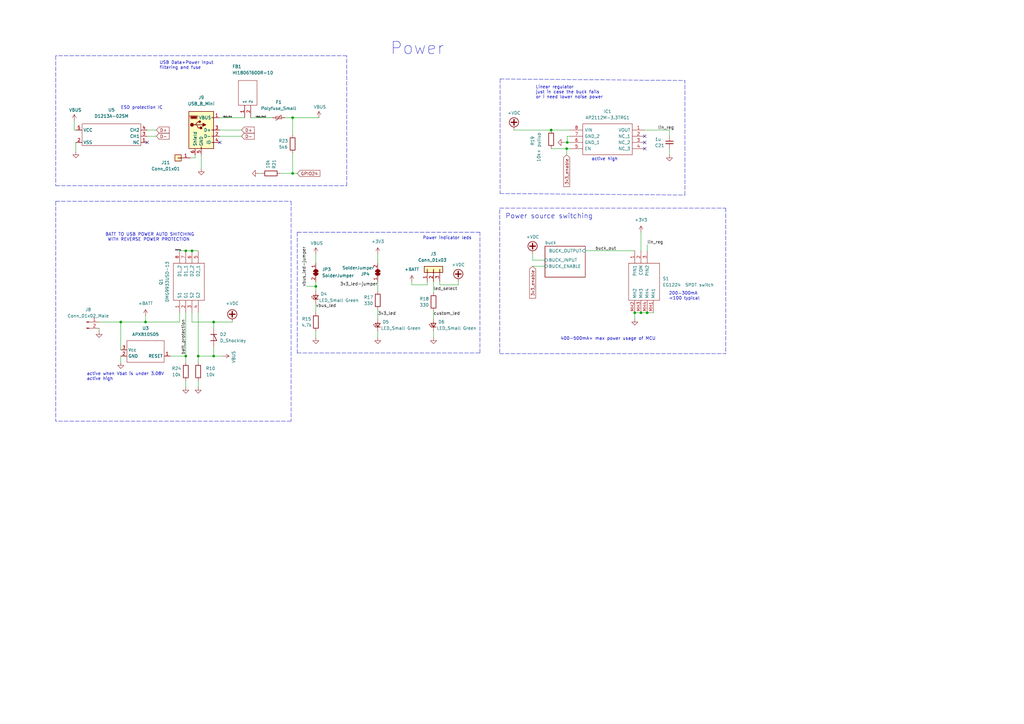
<source format=kicad_sch>
(kicad_sch (version 20211123) (generator eeschema)
  (paper "A3")
  (title_block (title "RP2040 learning board with Li ion battery and RTC") (rev "1"))
  (lib_symbols
    (symbol "Connector:Conn_01x02_Male" (pin_names (offset 1.016) hide)
      (property "Reference" "J" (at 0 2.54 0))
      (property "Value" "Conn_01x02_Male" (at 0 -5.08 0))
      (symbol "Conn_01x02_Male_1_1"
        (polyline (pts (xy 1.27 -2.54) (xy 0.8636 -2.54)) (stroke (width 0.1524)))
        (polyline (pts (xy 1.27 0) (xy 0.8636 0)) (stroke (width 0.1524)))
        (rectangle (start 0.8636 -2.413) (end 0 -2.667) (stroke (width 0.1524)) (fill (type outline)))
        (rectangle (start 0.8636 0.127) (end 0 -0.127) (stroke (width 0.1524)) (fill (type outline)))
        (pin passive line (at 5.08 0 180) (length 3.81) (name "Pin_1") (number "1"))
        (pin passive line (at 5.08 -2.54 180) (length 3.81) (name "Pin_2") (number "2"))
      )
    )
    (symbol "Connector:USB_B_Mini" (pin_names (offset 1.016))
      (property "Reference" "J" (at -5.08 11.43 0))
      (property "Value" "USB_B_Mini" (at -5.08 8.89 0))
      (symbol "USB_B_Mini_0_1"
        (rectangle (start -5.08 -7.62) (end 5.08 7.62) (stroke (width 0.254)) (fill (type background)))
        (circle (center -3.81 2.159) (radius 0.635) (stroke (width 0.254)) (fill (type outline)))
        (circle (center -0.635 3.429) (radius 0.381) (stroke (width 0.254)) (fill (type outline)))
        (rectangle (start -0.127 -7.62) (end 0.127 -6.858))
        (polyline (pts (xy -1.905 2.159) (xy 0.635 2.159)) (stroke (width 0.254)))
        (polyline (pts (xy -3.175 2.159) (xy -2.54 2.159) (xy -1.27 3.429) (xy -0.635 3.429)) (stroke (width 0.254)))
        (polyline (pts (xy -2.54 2.159) (xy -1.905 2.159) (xy -1.27 0.889) (xy 0 0.889)) (stroke (width 0.254)))
        (polyline (pts (xy 0.635 2.794) (xy 0.635 1.524) (xy 1.905 2.159) (xy 0.635 2.794)) (stroke (width 0.254)) (fill (type outline)))
        (polyline (pts (xy -4.318 5.588) (xy -1.778 5.588) (xy -2.032 4.826) (xy -4.064 4.826) (xy -4.318 5.588)) (fill (type outline)))
        (polyline (pts (xy -4.699 5.842) (xy -4.699 5.588) (xy -4.445 4.826) (xy -4.445 4.572) (xy -1.651 4.572) (xy -1.651 4.826) (xy -1.397 5.588) (xy -1.397 5.842) (xy -4.699 5.842)))
        (rectangle (start 0.254 1.27) (end -0.508 0.508) (stroke (width 0.254)) (fill (type outline)))
        (rectangle (start 5.08 -5.207) (end 4.318 -4.953))
        (rectangle (start 5.08 -2.667) (end 4.318 -2.413))
        (rectangle (start 5.08 -0.127) (end 4.318 0.127))
        (rectangle (start 5.08 4.953) (end 4.318 5.207))
      )
      (symbol "USB_B_Mini_1_1"
        (pin power_out line (at 7.62 5.08 180) (length 2.54) (name "VBUS") (number "1"))
        (pin bidirectional line (at 7.62 -2.54 180) (length 2.54) (name "D-") (number "2"))
        (pin bidirectional line (at 7.62 0 180) (length 2.54) (name "D+") (number "3"))
        (pin passive line (at 7.62 -5.08 180) (length 2.54) (name "ID") (number "4"))
        (pin power_out line (at 0 -10.16 90) (length 2.54) (name "GND") (number "5"))
        (pin passive line (at -2.54 -10.16 90) (length 2.54) (name "Shield") (number "6"))
      )
    )
    (symbol "Connector_Generic:Conn_01x01" (pin_names (offset 1.016) hide)
      (property "Reference" "J" (at 0 2.54 0))
      (property "Value" "Conn_01x01" (at 0 -2.54 0))
      (symbol "Conn_01x01_1_1"
        (rectangle (start -1.27 0.127) (end 0 -0.127) (stroke (width 0.1524)))
        (rectangle (start -1.27 1.27) (end 1.27 -1.27) (stroke (width 0.254)) (fill (type background)))
        (pin passive line (at -5.08 0 0) (length 3.81) (name "Pin_1") (number "1"))
      )
    )
    (symbol "Connector_Generic:Conn_01x03" (pin_names (offset 1.016) hide)
      (property "Reference" "J" (at 0 5.08 0))
      (property "Value" "Conn_01x03" (at 0 -5.08 0))
      (symbol "Conn_01x03_1_1"
        (rectangle (start -1.27 -2.413) (end 0 -2.667) (stroke (width 0.1524)))
        (rectangle (start -1.27 0.127) (end 0 -0.127) (stroke (width 0.1524)))
        (rectangle (start -1.27 2.667) (end 0 2.413) (stroke (width 0.1524)))
        (rectangle (start -1.27 3.81) (end 1.27 -3.81) (stroke (width 0.254)) (fill (type background)))
        (pin passive line (at -5.08 2.54 0) (length 3.81) (name "Pin_1") (number "1"))
        (pin passive line (at -5.08 0 0) (length 3.81) (name "Pin_2") (number "2"))
        (pin passive line (at -5.08 -2.54 0) (length 3.81) (name "Pin_3") (number "3"))
      )
    )
    (symbol "Device:C_Small" (pin_numbers hide) (pin_names (offset 0.254) hide)
      (property "Reference" "C" (at 0.254 1.778 0))
      (property "Value" "C_Small" (at 0.254 -2.032 0))
      (symbol "C_Small_0_1"
        (polyline (pts (xy -1.524 -0.508) (xy 1.524 -0.508)) (stroke (width 0.3302)))
        (polyline (pts (xy -1.524 0.508) (xy 1.524 0.508)) (stroke (width 0.3048)))
      )
      (symbol "C_Small_1_1"
        (pin passive line (at 0 2.54 270) (length 2.032) (name "~") (number "1"))
        (pin passive line (at 0 -2.54 90) (length 2.032) (name "~") (number "2"))
      )
    )
    (symbol "Device:D_Shockley" (pin_numbers hide) (pin_names (offset 1.016) hide)
      (property "Reference" "D" (at 0 2.54 0))
      (property "Value" "D_Shockley" (at 0 -2.54 0))
      (symbol "D_Shockley_0_1"
        (polyline (pts (xy -1.27 0) (xy 1.27 0)))
        (polyline (pts (xy -1.27 1.27) (xy -1.27 -1.27)) (stroke (width 0.254)))
        (polyline (pts (xy -1.27 0) (xy 1.27 1.27) (xy 1.27 -1.27)) (stroke (width 0.254)))
      )
      (symbol "D_Shockley_1_1"
        (pin passive line (at -3.81 0 0) (length 2.54) (name "K") (number "1"))
        (pin passive line (at 3.81 0 180) (length 2.54) (name "A") (number "2"))
      )
    )
    (symbol "Device:LED_Small" (pin_numbers hide) (pin_names (offset 0.254) hide)
      (property "Reference" "D" (at -1.27 3.175 0))
      (property "Value" "LED_Small" (at -4.445 -2.54 0))
      (symbol "LED_Small_0_1"
        (polyline (pts (xy -0.762 -1.016) (xy -0.762 1.016)) (stroke (width 0.254)))
        (polyline (pts (xy 1.016 0) (xy -0.762 0)))
        (polyline (pts (xy 0.762 -1.016) (xy -0.762 0) (xy 0.762 1.016) (xy 0.762 -1.016)) (stroke (width 0.254)))
        (polyline (pts (xy 0 0.762) (xy -0.508 1.27) (xy -0.254 1.27) (xy -0.508 1.27) (xy -0.508 1.016)))
        (polyline (pts (xy 0.508 1.27) (xy 0 1.778) (xy 0.254 1.778) (xy 0 1.778) (xy 0 1.524)))
      )
      (symbol "LED_Small_1_1"
        (pin passive line (at -2.54 0 0) (length 1.778) (name "K") (number "1"))
        (pin passive line (at 2.54 0 180) (length 1.778) (name "A") (number "2"))
      )
    )
    (symbol "Device:Polyfuse_Small" (pin_numbers hide) (pin_names (offset 0))
      (property "Reference" "F" (at -1.905 0 90))
      (property "Value" "Polyfuse_Small" (at 1.905 0 90))
      (symbol "Polyfuse_Small_0_1"
        (rectangle (start -0.508 1.27) (end 0.508 -1.27))
        (polyline (pts (xy 0 2.54) (xy 0 -2.54)))
        (polyline (pts (xy -1.016 1.27) (xy -1.016 0.762) (xy 1.016 -0.762) (xy 1.016 -1.27)))
      )
      (symbol "Polyfuse_Small_1_1"
        (pin passive line (at 0 2.54 270) (length 0.635) (name "~") (number "1"))
        (pin passive line (at 0 -2.54 90) (length 0.635) (name "~") (number "2"))
      )
    )
    (symbol "Device:R" (pin_numbers hide) (pin_names (offset 0))
      (property "Reference" "R" (at 2.032 0 90))
      (property "Value" "R" (at 0 0 90))
      (symbol "R_0_1"
        (rectangle (start -1.016 -2.54) (end 1.016 2.54) (stroke (width 0.254)))
      )
      (symbol "R_1_1"
        (pin passive line (at 0 3.81 270) (length 1.27) (name "~") (number "1"))
        (pin passive line (at 0 -3.81 90) (length 1.27) (name "~") (number "2"))
      )
    )
    (symbol "Jumper:SolderJumper_2_Bridged" (pin_names (offset 0) hide)
      (property "Reference" "JP" (at 0 2.032 0))
      (property "Value" "SolderJumper_2_Bridged" (at 0 -2.54 0))
      (symbol "SolderJumper_2_Bridged_0_1"
        (rectangle (start -0.508 0.508) (end 0.508 -0.508) (fill (type outline)))
        (arc (start -0.254 1.016) (mid -1.27 0) (end -0.254 -1.016))
        (arc (start -0.254 1.016) (mid -1.27 0) (end -0.254 -1.016) (fill (type outline)))
        (polyline (pts (xy -0.254 1.016) (xy -0.254 -1.016)))
        (polyline (pts (xy 0.254 1.016) (xy 0.254 -1.016)))
        (arc (start 0.254 -1.016) (mid 1.27 0) (end 0.254 1.016))
        (arc (start 0.254 -1.016) (mid 1.27 0) (end 0.254 1.016) (fill (type outline)))
      )
      (symbol "SolderJumper_2_Bridged_1_1"
        (pin passive line (at -3.81 0 0) (length 2.54) (name "A") (number "1"))
        (pin passive line (at 3.81 0 180) (length 2.54) (name "B") (number "2"))
      )
    )
    (symbol "My_custom_lib:APX810S05"
      (property "Reference" "U" (at 0 6.35 0))
      (property "Value" "APX810S05" (at 0 3.81 0))
      (symbol "APX810S05_0_1"
        (rectangle (start -6.35 5.08) (end 8.89 -3.81))
      )
      (symbol "APX810S05_1_1"
        (pin output line (at 11.43 -1.27 180) (length 2.54) (name "RESET") (number "1"))
        (pin power_in line (at -8.89 -1.27 0) (length 2.54) (name "GND") (number "2"))
        (pin power_in line (at -8.89 1.27 0) (length 2.54) (name "Vcc") (number "3"))
      )
    )
    (symbol "My_custom_lib:D1213A-02SM"
      (property "Reference" "U" (at 0 0 0))
      (property "Value" "D1213A-02SM" (at 0 2.54 0))
      (symbol "D1213A-02SM_0_1"
        (rectangle (start -12.7 6.35) (end 11.43 -2.54))
      )
      (symbol "D1213A-02SM_1_1"
        (pin power_in line (at 13.97 -1.27 180) (length 2.54) (name "NC") (number "1"))
        (pin power_in line (at -15.24 -1.27 0) (length 2.54) (name "VSS") (number "2"))
        (pin input line (at 13.97 1.27 180) (length 2.54) (name "CH1") (number "3"))
        (pin input line (at 13.97 3.81 180) (length 2.54) (name "CH2") (number "4"))
        (pin power_in line (at -15.24 3.81 0) (length 2.54) (name "VCC") (number "5"))
      )
    )
    (symbol "SamacSys_Parts:AP2112M-3.3TRG1" (pin_names (offset 0.762))
      (property "Reference" "IC" (at 26.67 7.62 0))
      (property "Value" "AP2112M-3.3TRG1" (at 26.67 5.08 0))
      (symbol "AP2112M-3.3TRG1_0_0"
        (pin passive line (at 0 0 0) (length 5.08) (name "VOUT") (number "1"))
        (pin passive line (at 0 -2.54 0) (length 5.08) (name "NC_1") (number "2"))
        (pin passive line (at 0 -5.08 0) (length 5.08) (name "NC_2") (number "3"))
        (pin passive line (at 0 -7.62 0) (length 5.08) (name "NC_3") (number "4"))
        (pin passive line (at 30.48 -7.62 180) (length 5.08) (name "EN") (number "5"))
        (pin passive line (at 30.48 -5.08 180) (length 5.08) (name "GND_1") (number "6"))
        (pin passive line (at 30.48 -2.54 180) (length 5.08) (name "GND_2") (number "7"))
        (pin passive line (at 30.48 0 180) (length 5.08) (name "VIN") (number "8"))
      )
      (symbol "AP2112M-3.3TRG1_0_1"
        (polyline (pts (xy 5.08 2.54) (xy 25.4 2.54) (xy 25.4 -10.16) (xy 5.08 -10.16) (xy 5.08 2.54)) (stroke (width 0.1524)))
      )
    )
    (symbol "SamacSys_Parts:DMG9933USD-13" (pin_names (offset 0.762))
      (property "Reference" "Q" (at 21.59 7.62 0))
      (property "Value" "DMG9933USD-13" (at 21.59 5.08 0))
      (symbol "DMG9933USD-13_0_0"
        (pin passive line (at 0 0 0) (length 5.08) (name "S1") (number "1"))
        (pin passive line (at 0 -2.54 0) (length 5.08) (name "G1") (number "2"))
        (pin passive line (at 0 -5.08 0) (length 5.08) (name "S2") (number "3"))
        (pin passive line (at 0 -7.62 0) (length 5.08) (name "G2") (number "4"))
        (pin passive line (at 25.4 -7.62 180) (length 5.08) (name "D2_1") (number "5"))
        (pin passive line (at 25.4 -5.08 180) (length 5.08) (name "D2_2") (number "6"))
        (pin passive line (at 25.4 -2.54 180) (length 5.08) (name "D1_1") (number "7"))
        (pin passive line (at 25.4 0 180) (length 5.08) (name "D1_2") (number "8"))
      )
      (symbol "DMG9933USD-13_0_1"
        (polyline (pts (xy 5.08 2.54) (xy 20.32 2.54) (xy 20.32 -10.16) (xy 5.08 -10.16) (xy 5.08 2.54)) (stroke (width 0.1524)))
      )
    )
    (symbol "SamacSys_Parts:EG1224" (pin_names (offset 0.762))
      (property "Reference" "S" (at 21.59 7.62 0))
      (property "Value" "EG1224" (at 21.59 5.08 0))
      (symbol "EG1224_0_0"
        (pin passive line (at 0 0 0) (length 5.08) (name "PIN1") (number "1"))
        (pin passive line (at 0 -2.54 0) (length 5.08) (name "COM") (number "2"))
        (pin passive line (at 0 -5.08 0) (length 5.08) (name "PIN2") (number "3"))
        (pin passive line (at 25.4 -7.62 180) (length 5.08) (name "MH1") (number "MH1"))
        (pin passive line (at 25.4 0 180) (length 5.08) (name "MH2") (number "MH2"))
        (pin passive line (at 25.4 -2.54 180) (length 5.08) (name "MH3") (number "MH3"))
        (pin passive line (at 25.4 -5.08 180) (length 5.08) (name "MH4") (number "MH4"))
      )
      (symbol "EG1224_0_1"
        (polyline (pts (xy 5.08 2.54) (xy 20.32 2.54) (xy 20.32 -10.16) (xy 5.08 -10.16) (xy 5.08 2.54)) (stroke (width 0.1524)))
      )
    )
    (symbol "SamacSys_Parts:HI1806T600R-10" (pin_names (offset 0.762))
      (property "Reference" "FB" (at 16.51 7.62 0))
      (property "Value" "HI1806T600R-10" (at 16.51 5.08 0))
      (symbol "HI1806T600R-10_0_0"
        (pin passive line (at 0 0 0) (length 5.08) (name "1") (number "1"))
        (pin passive line (at 0 -2.54 0) (length 5.08) (name "2") (number "2"))
      )
      (symbol "HI1806T600R-10_0_1"
        (polyline (pts (xy 5.08 2.54) (xy 15.24 2.54) (xy 15.24 -5.08) (xy 5.08 -5.08) (xy 5.08 2.54)) (stroke (width 0.1524)))
      )
    )
    (symbol "power:+3.3V" (power) (pin_names (offset 0))
      (property "Value" "+3.3V" (at 0 3.556 0))
      (symbol "+3.3V_0_1"
        (polyline (pts (xy -0.762 1.27) (xy 0 2.54)))
        (polyline (pts (xy 0 0) (xy 0 2.54)))
        (polyline (pts (xy 0 2.54) (xy 0.762 1.27)))
      )
      (symbol "+3.3V_1_1"
        (pin power_in line (at 0 0 90) (length 0) hide (name "+3V3") (number "1"))
      )
    )
    (symbol "power:+BATT" (power) (pin_names (offset 0))
      (property "Value" "+BATT" (at 0 3.556 0))
      (symbol "+BATT_0_1"
        (polyline (pts (xy -0.762 1.27) (xy 0 2.54)))
        (polyline (pts (xy 0 0) (xy 0 2.54)))
        (polyline (pts (xy 0 2.54) (xy 0.762 1.27)))
      )
      (symbol "+BATT_1_1"
        (pin power_in line (at 0 0 90) (length 0) hide (name "+BATT") (number "1"))
      )
    )
    (symbol "power:+VDC" (power) (pin_names (offset 0))
      (property "Value" "+VDC" (at 0 6.35 0))
      (symbol "+VDC_0_1"
        (polyline (pts (xy -1.143 3.175) (xy 1.143 3.175)) (stroke (width 0.508)))
        (polyline (pts (xy 0 0) (xy 0 1.27)))
        (polyline (pts (xy 0 2.032) (xy 0 4.318)) (stroke (width 0.508)))
        (circle (center 0 3.175) (radius 1.905) (stroke (width 0.254)))
      )
      (symbol "+VDC_1_1"
        (pin power_in line (at 0 0 90) (length 0) hide (name "+VDC") (number "1"))
      )
    )
    (symbol "power:GND" (power) (pin_names (offset 0))
      (property "Value" "GND" (at 0 -3.81 0))
      (symbol "GND_0_1"
        (polyline (pts (xy 0 0) (xy 0 -1.27) (xy 1.27 -1.27) (xy 0 -2.54) (xy -1.27 -1.27) (xy 0 -1.27)))
      )
      (symbol "GND_1_1"
        (pin power_in line (at 0 0 270) (length 0) hide (name "GND") (number "1"))
      )
    )
    (symbol "power:VBUS" (power) (pin_names (offset 0))
      (property "Value" "VBUS" (at 0 3.81 0))
      (symbol "VBUS_0_1"
        (polyline (pts (xy -0.762 1.27) (xy 0 2.54)))
        (polyline (pts (xy 0 0) (xy 0 2.54)))
        (polyline (pts (xy 0 2.54) (xy 0.762 1.27)))
      )
      (symbol "VBUS_1_1"
        (pin power_in line (at 0 0 90) (length 0) hide (name "VBUS") (number "1"))
      )
    )
  )
  (junction (at 87.63 146.05))
  (junction (at 76.2 146.05))
  (junction (at 129.54 117.475))
  (junction (at 87.63 132.08))
  (junction (at 260.35 128.27))
  (junction (at 59.69 132.08))
  (junction (at 232.41 60.96))
  (junction (at 120.015 48.26))
  (junction (at 81.28 146.05))
  (junction (at 265.43 128.27))
  (junction (at 120.015 71.12))
  (junction (at 232.664 58.42))
  (junction (at 76.2 102.87))
  (junction (at 262.89 128.27))
  (junction (at 226.06 53.34))
  (junction (at 78.74 102.87))
  (junction (at 49.53 132.08))
  (no_connect (at 264.414 58.42))
  (no_connect (at 90.17 58.42))
  (no_connect (at 264.414 60.96))
  (no_connect (at 264.414 55.88))
  (no_connect (at 60.325 58.42))
  (wire (pts (xy 232.41 60.96) (xy 233.934 60.96)))
  (wire (pts (xy 73.66 102.87) (xy 76.2 102.87)))
  (wire (pts (xy 177.8 115.57) (xy 177.8 120.015)))
  (polyline (pts (xy 280.924 80.01) (xy 280.924 33.02)))
  (wire (pts (xy 90.17 53.34) (xy 99.06 53.34)))
  (wire (pts (xy 154.94 104.14) (xy 154.94 107.95)))
  (wire (pts (xy 49.53 132.08) (xy 59.69 132.08)))
  (wire (pts (xy 40.64 134.62) (xy 40.64 135.89)))
  (wire (pts (xy 187.96 115.57) (xy 187.96 116.84)))
  (wire (pts (xy 262.89 95.25) (xy 262.89 102.87)))
  (wire (pts (xy 232.664 58.42) (xy 231.394 58.42)))
  (wire (pts (xy 30.48 53.34) (xy 31.115 53.34)))
  (wire (pts (xy 49.53 132.08) (xy 49.53 143.51)))
  (wire (pts (xy 78.74 132.08) (xy 87.63 132.08)))
  (wire (pts (xy 30.48 49.53) (xy 30.48 53.34)))
  (wire (pts (xy 232.664 55.88) (xy 232.664 58.42)))
  (wire (pts (xy 226.06 60.96) (xy 232.41 60.96)))
  (wire (pts (xy 180.34 116.84) (xy 187.96 116.84)))
  (polyline (pts (xy 121.92 144.78) (xy 196.85 144.78)))
  (wire (pts (xy 78.74 128.27) (xy 78.74 132.08)))
  (wire (pts (xy 76.2 128.27) (xy 76.2 146.05)))
  (wire (pts (xy 59.69 132.08) (xy 73.66 132.08)))
  (wire (pts (xy 49.53 146.05) (xy 49.53 148.59)))
  (wire (pts (xy 129.54 104.14) (xy 129.54 107.95)))
  (wire (pts (xy 264.414 53.34) (xy 274.574 53.34)))
  (wire (pts (xy 81.28 146.05) (xy 81.28 148.59)))
  (wire (pts (xy 218.44 104.14) (xy 218.44 106.68)))
  (wire (pts (xy 180.34 115.57) (xy 180.34 116.84)))
  (wire (pts (xy 274.574 60.96) (xy 274.574 63.5)))
  (wire (pts (xy 76.2 146.05) (xy 76.2 148.59)))
  (wire (pts (xy 59.69 129.54) (xy 59.69 132.08)))
  (polyline (pts (xy 204.978 144.78) (xy 204.978 85.344)))
  (wire (pts (xy 218.44 109.22) (xy 223.52 109.22)))
  (polyline (pts (xy 22.86 82.55) (xy 119.38 82.55)))
  (wire (pts (xy 154.94 135.89) (xy 154.94 138.43)))
  (wire (pts (xy 60.325 55.88) (xy 64.135 55.88)))
  (wire (pts (xy 265.43 100.33) (xy 265.43 102.87)))
  (wire (pts (xy 177.8 135.89) (xy 177.8 138.43)))
  (wire (pts (xy 107.315 71.12) (xy 106.045 71.12)))
  (wire (pts (xy 69.85 146.05) (xy 76.2 146.05)))
  (polyline (pts (xy 119.38 82.55) (xy 119.38 172.72)))
  (polyline (pts (xy 196.85 144.78) (xy 196.85 95.25)))
  (wire (pts (xy 91.44 146.05) (xy 87.63 146.05)))
  (wire (pts (xy 73.66 128.27) (xy 73.66 132.08)))
  (wire (pts (xy 265.43 128.27) (xy 267.97 128.27)))
  (wire (pts (xy 87.63 132.08) (xy 95.25 132.08)))
  (wire (pts (xy 175.26 115.57) (xy 175.26 116.84)))
  (wire (pts (xy 116.84 48.26) (xy 120.015 48.26)))
  (wire (pts (xy 218.44 106.68) (xy 223.52 106.68)))
  (wire (pts (xy 120.015 48.26) (xy 120.015 55.245)))
  (wire (pts (xy 90.17 55.88) (xy 99.06 55.88)))
  (polyline (pts (xy 204.978 85.344) (xy 297.688 85.344)))
  (wire (pts (xy 125.73 117.475) (xy 129.54 117.475)))
  (wire (pts (xy 210.82 53.34) (xy 226.06 53.34)))
  (wire (pts (xy 154.94 115.57) (xy 154.94 119.38)))
  (polyline (pts (xy 142.24 76.2) (xy 142.24 22.86)))
  (wire (pts (xy 40.64 132.08) (xy 49.53 132.08)))
  (polyline (pts (xy 205.105 79.375) (xy 280.924 80.01)))
  (wire (pts (xy 87.63 146.05) (xy 81.28 146.05)))
  (polyline (pts (xy 205.105 32.385) (xy 280.924 33.02)))
  (polyline (pts (xy 196.85 95.25) (xy 121.92 95.25)))
  (wire (pts (xy 76.2 102.87) (xy 78.74 102.87)))
  (wire (pts (xy 175.26 116.84) (xy 168.91 116.84)))
  (wire (pts (xy 81.28 128.27) (xy 81.28 146.05)))
  (wire (pts (xy 129.54 135.89) (xy 129.54 138.43)))
  (polyline (pts (xy 22.86 22.86) (xy 22.86 76.2)))
  (polyline (pts (xy 205.105 32.385) (xy 205.105 79.375)))
  (polyline (pts (xy 22.86 82.55) (xy 22.86 172.72)))
  (polyline (pts (xy 297.688 85.344) (xy 297.688 145.034)))
  (wire (pts (xy 260.35 128.27) (xy 262.89 128.27)))
  (wire (pts (xy 168.91 115.57) (xy 168.91 116.84)))
  (wire (pts (xy 129.54 124.46) (xy 129.54 128.27)))
  (polyline (pts (xy 119.38 172.72) (xy 22.86 172.72)))
  (wire (pts (xy 274.574 53.34) (xy 274.574 55.88)))
  (wire (pts (xy 78.74 102.87) (xy 81.28 102.87)))
  (wire (pts (xy 31.115 62.23) (xy 31.115 58.42)))
  (polyline (pts (xy 142.24 22.86) (xy 22.86 22.86)))
  (wire (pts (xy 81.28 156.21) (xy 81.28 158.75)))
  (wire (pts (xy 233.934 58.42) (xy 232.664 58.42)))
  (wire (pts (xy 232.41 60.96) (xy 232.41 63.5)))
  (wire (pts (xy 87.63 142.24) (xy 87.63 146.05)))
  (wire (pts (xy 129.54 117.475) (xy 129.54 119.38)))
  (wire (pts (xy 78.105 64.77) (xy 80.01 64.77)))
  (wire (pts (xy 90.17 48.26) (xy 100.33 48.26)))
  (wire (pts (xy 240.03 102.87) (xy 260.35 102.87)))
  (wire (pts (xy 120.015 71.12) (xy 121.92 71.12)))
  (wire (pts (xy 262.89 128.27) (xy 265.43 128.27)))
  (wire (pts (xy 120.015 48.26) (xy 130.81 48.26)))
  (wire (pts (xy 226.06 53.34) (xy 233.934 53.34)))
  (wire (pts (xy 120.015 62.865) (xy 120.015 71.12)))
  (wire (pts (xy 82.55 63.5) (xy 82.55 69.215)))
  (wire (pts (xy 60.325 53.34) (xy 64.135 53.34)))
  (polyline (pts (xy 22.86 76.2) (xy 142.24 76.2)))
  (wire (pts (xy 177.8 127.635) (xy 177.8 130.81)))
  (wire (pts (xy 154.94 127) (xy 154.94 130.81)))
  (wire (pts (xy 76.2 156.21) (xy 76.2 158.75)))
  (wire (pts (xy 114.935 71.12) (xy 120.015 71.12)))
  (wire (pts (xy 80.01 63.5) (xy 80.01 64.77)))
  (wire (pts (xy 87.63 132.08) (xy 87.63 134.62)))
  (wire (pts (xy 129.54 115.57) (xy 129.54 117.475)))
  (wire (pts (xy 260.35 128.27) (xy 260.35 130.81)))
  (wire (pts (xy 102.87 48.26) (xy 111.76 48.26)))
  (wire (pts (xy 233.934 55.88) (xy 232.664 55.88)))
  (polyline (pts (xy 121.92 95.25) (xy 121.92 144.78)))
  (polyline (pts (xy 204.978 145.034) (xy 297.688 145.034)))
  (text "400-500mA+ max power usage of MCU" (at 229.87 139.7 0) (effects (font (size 1.27 1.27)) (justify left bottom)))
  (text "ESD protection IC" (at 49.53 44.958 0) (effects (font (size 1.27 1.27)) (justify left bottom)))
  (text "active when Vbat is under 3.08V\nactive high" (at 35.56 156.21 0) (effects (font (size 1.27 1.27)) (justify left bottom)))
  (text "Power indicator leds" (at 173.355 98.425 0) (effects (font (size 1.27 1.27)) (justify left bottom)))
  (text "Linear regulator\njust in case the buck fails \nor i need lower noise power" (at 219.71 40.64 0) (effects (font (size 1.27 1.27)) (justify left bottom)))
  (text "200-300mA\n<100 typical" (at 274.32 123.19 0) (effects (font (size 1.27 1.27)) (justify left bottom)))
  (text "USB Data+Power Input\nfiltering and fuse" (at 65.405 28.575 0) (effects (font (size 1.27 1.27)) (justify left bottom)))
  (text "Power source switching " (at 207.264 89.916 0) (effects (font (size 2 2)) (justify left bottom)))
  (text "Power" (at 160.02 22.86 0) (effects (font (size 5 5)) (justify left bottom)))
  (text "active high" (at 242.57 66.04 0) (effects (font (size 1.27 1.27)) (justify left bottom)))
  (text "BATT TO USB POWER AUTO SHITCHING\n WITH REVERSE POWER PROTECTION" (at 43.18 99.06 0) (effects (font (size 1.27 1.27)) (justify left bottom)))
  (label "Drains" (at 74.295 102.87 180) (effects (font (size 0.5 0.5))))
  (label "led_select" (at 177.8 119.38 0))
  (label "vbus_led-jumper" (at 125.73 117.475 90))
  (label "3v3_led" (at 154.94 129.54 0))
  (label "3v3_led-jumper" (at 154.94 117.475 180))
  (label "batt_protection" (at 76.2 145.415 90))
  (label "buck_out" (at 252.73 102.87 180))
  (label "custom_led" (at 177.8 129.54 0))
  (label "VBUS_RAW" (at 95.25 48.26 180) (effects (font (size 0.5 0.5))))
  (label "lin_reg" (at 265.43 100.33 0))
  (label "vbus_led" (at 129.54 126.365 0))
  (label "VBUS_RAW2" (at 109.22 48.26 180) (effects (font (size 0.5 0.5))))
  (label "lin_reg" (at 269.875 53.34 0))
  (global_label "D-" (shape input) (at 64.135 55.88 0) (property "Intersheet References" "${INTERSHEET_REFS}" (effects hide)))
  (global_label "3v3_enable" (shape input) (at 232.41 63.5 270) (property "Intersheet References" "${INTERSHEET_REFS}" (effects hide)))
  (global_label "D+" (shape input) (at 99.06 53.34 0) (property "Intersheet References" "${INTERSHEET_REFS}" (effects hide)))
  (global_label "D+" (shape input) (at 64.135 53.34 0) (property "Intersheet References" "${INTERSHEET_REFS}" (effects hide)))
  (global_label "GPIO24" (shape input) (at 121.92 71.12 0) (property "Intersheet References" "${INTERSHEET_REFS}" (effects hide)))
  (global_label "D-" (shape input) (at 99.06 55.88 0) (property "Intersheet References" "${INTERSHEET_REFS}" (effects hide)))
  (global_label "3v3_enable" (shape input) (at 218.44 109.22 270) (property "Intersheet References" "${INTERSHEET_REFS}" (effects hide)))
  (symbol (lib_id "power:GND") (at 260.35 130.81 0) (unit 1)
    (property "Reference" "#PWR065" (effects hide))
    (property "Value" "GND" (effects hide))
  )
  (symbol (lib_id "SamacSys_Parts:HI1806T600R-10") (at 100.33 48.26 90) (unit 1)
    (property "Reference" "FB1" (at 95.25 27.305 90) (effects (justify right)))
    (property "Value" "HI1806T600R-10" (at 95.25 29.845 90) (effects (justify right)))
    (property "Footprint" "SamacSys_Parts:BEADC4516X185N" (effects hide))
    (property "Datasheet" "https://componentsearchengine.com/Datasheets/2/HI1806T600R-10.pdf" (effects hide))
    (property "Description" "FERRITE BEAD 60 OHM 1806 1LN" (effects hide))
    (property "Height" "1.85" (effects hide))
    (property "Mouser Part Number" "875-HI1806T600R-10" (effects hide))
    (property "Mouser Price/Stock" "https://www.mouser.com/Search/Refine.aspx?Keyword=875-HI1806T600R-10" (effects hide))
    (property "Manufacturer_Name" "Laird Technologies" (effects hide))
    (property "Manufacturer_Part_Number" "HI1806T600R-10" (effects hide))
  )
  (symbol (lib_id "SamacSys_Parts:DMG9933USD-13") (at 73.66 128.27 90) (unit 1)
    (property "Reference" "Q1" (at 66.04 115.57 0))
    (property "Value" "DMG9933USD-13" (at 68.58 115.57 0))
    (property "Footprint" "SamacSys_Parts:SOIC127P600X175-8N" (effects hide))
    (property "Datasheet" "https://www.diodes.com/assets/Datasheets/ds32085.pdf" (effects hide))
    (property "Description" "Trans MOSFET P-CH 20V 4.6A Automotive 8-Pin SO T/R" (effects hide))
    (property "Height" "1.75" (effects hide))
    (property "Mouser Part Number" "621-DMG9933USD-13" (effects hide))
    (property "Mouser Price/Stock" "https://www.mouser.co.uk/ProductDetail/Diodes-Incorporated/DMG9933USD-13?qs=sJ%252BpcIzCtBhDoyIe%2Fd9Cxg%3D%3D" (effects hide))
    (property "Manufacturer_Name" "Diodes Inc." (effects hide))
    (property "Manufacturer_Part_Number" "DMG9933USD-13" (effects hide))
  )
  (symbol (lib_id "Device:R") (at 120.015 59.055 0) (mirror x) (unit 1)
    (property "Reference" "R23" (at 116.205 57.785 0))
    (property "Value" "5k6" (at 116.205 60.325 0))
    (property "Footprint" "Resistor_SMD:R_0603_1608Metric_Pad0.98x0.95mm_HandSolder" (effects hide))
  )
  (symbol (lib_id "Device:R") (at 76.2 152.4 0) (mirror x) (unit 1)
    (property "Reference" "R24" (at 72.39 151.13 0))
    (property "Value" "10k" (at 72.39 153.67 0))
    (property "Footprint" "Resistor_SMD:R_0603_1608Metric_Pad0.98x0.95mm_HandSolder" (effects hide))
  )
  (symbol (lib_id "power:+BATT") (at 59.69 129.54 0) (unit 1)
    (property "Reference" "#PWR047" (effects hide))
    (property "Value" "+BATT" (at 59.69 124.46 0))
  )
  (symbol (lib_id "Device:R") (at 81.28 152.4 0) (mirror x) (unit 1)
    (property "Reference" "R10" (at 86.36 151.13 0))
    (property "Value" "10k" (at 86.36 153.67 0))
    (property "Footprint" "Resistor_SMD:R_0603_1608Metric_Pad0.98x0.95mm_HandSolder" (effects hide))
  )
  (symbol (lib_id "power:VBUS") (at 30.48 49.53 0) (unit 1)
    (property "Reference" "#PWR030" (effects hide))
    (property "Value" "VBUS" (at 30.861 45.1358 0))
  )
  (symbol (lib_id "Device:R") (at 226.06 57.15 0) (mirror x) (unit 1)
    (property "Reference" "R19" (at 218.44 57.785 90))
    (property "Value" "10k+ pullup" (at 220.98 60.325 90))
    (property "Footprint" "Resistor_SMD:R_0603_1608Metric_Pad0.98x0.95mm_HandSolder" (effects hide))
  )
  (symbol (lib_id "power:GND") (at 40.64 135.89 0) (unit 1)
    (property "Reference" "#PWR046" (effects hide))
    (property "Value" "GND" (effects hide))
  )
  (symbol (lib_id "Connector:Conn_01x02_Male") (at 35.56 132.08 0) (unit 1)
    (property "Reference" "J8" (at 36.195 127 0))
    (property "Value" "Conn_01x02_Male" (at 36.195 129.54 0))
    (property "Footprint" "Connector_PinHeader_2.54mm:PinHeader_1x02_P2.54mm_Vertical" (effects hide))
  )
  (symbol (lib_id "SamacSys_Parts:EG1224") (at 260.35 102.87 90) (mirror x) (unit 1)
    (property "Reference" "S1" (at 271.78 114.2999 90) (effects (justify right)))
    (property "Value" "EG1224  SPDT switch" (at 271.78 116.8399 90) (effects (justify right)))
    (property "Footprint" "SamacSys_Parts:EG1224" (effects hide))
    (property "Description" "E-SWITCH - EG1224 - SWITCH, SLIDE, SPDT, 500mA, 15V, PCB" (effects hide))
    (property "Height" "8.5" (effects hide))
    (property "Mouser Part Number" "612-EG1224" (effects hide))
    (property "Mouser Price/Stock" "https://www.mouser.co.uk/ProductDetail/E-Switch/EG1224?qs=HKd%2Fp3M7KlUMARNITVNimA%3D%3D" (effects hide))
    (property "Manufacturer_Name" "E-Switch" (effects hide))
    (property "Manufacturer_Part_Number" "EG1224" (effects hide))
  )
  (symbol (lib_id "Device:R") (at 177.8 123.825 0) (mirror x) (unit 1)
    (property "Reference" "R18" (at 173.99 122.555 0))
    (property "Value" "330" (at 173.99 125.095 0))
    (property "Footprint" "Resistor_SMD:R_0603_1608Metric_Pad0.98x0.95mm_HandSolder" (effects hide))
  )
  (symbol (lib_id "power:+VDC") (at 187.96 115.57 0) (unit 1)
    (property "Reference" "#PWR063" (effects hide))
    (property "Value" "+VDC" (at 187.96 108.585 0))
  )
  (symbol (lib_id "Jumper:SolderJumper_2_Bridged") (at 154.94 111.76 90) (unit 1)
    (property "Reference" "JP4" (at 147.955 112.395 90) (effects (justify right)))
    (property "Value" "SolderJumper" (at 140.335 109.855 90) (effects (justify right)))
    (property "Footprint" "Jumper:SolderJumper-2_P1.3mm_Bridged_RoundedPad1.0x1.5mm" (effects hide))
  )
  (symbol (lib_id "power:GND") (at 177.8 138.43 0) (mirror y) (unit 1)
    (property "Reference" "#PWR062" (effects hide))
    (property "Value" "GND" (effects hide))
  )
  (symbol (lib_id "Device:LED_Small") (at 154.94 133.35 90) (unit 1)
    (property "Reference" "D5" (at 156.845 132.0164 90) (effects (justify right)))
    (property "Value" "LED_Small Green" (at 156.21 134.62 90) (effects (justify right)))
    (property "Footprint" "LED_SMD:LED_0603_1608Metric_Pad1.05x0.95mm_HandSolder" (effects hide))
  )
  (symbol (lib_id "power:GND") (at 274.574 63.5 0) (unit 1)
    (property "Reference" "#PWR042" (effects hide))
    (property "Value" "GND" (effects hide))
  )
  (symbol (lib_id "Connector_Generic:Conn_01x03") (at 177.8 110.49 90) (unit 1)
    (property "Reference" "J3" (at 176.53 104.14 90) (effects (justify right)))
    (property "Value" "Conn_01x03" (at 171.45 106.68 90) (effects (justify right)))
    (property "Footprint" "Connector_PinHeader_2.54mm:PinHeader_1x03_P2.54mm_Vertical" (effects hide))
  )
  (symbol (lib_id "Device:R") (at 129.54 132.08 0) (mirror x) (unit 1)
    (property "Reference" "R15" (at 125.73 130.81 0))
    (property "Value" "4.7k" (at 125.73 133.35 0))
    (property "Footprint" "Resistor_THT:R_Axial_DIN0204_L3.6mm_D1.6mm_P5.08mm_Vertical" (effects hide))
  )
  (symbol (lib_id "My_custom_lib:D1213A-02SM") (at 46.355 57.15 0) (unit 1)
    (property "Reference" "U5" (at 45.72 45.085 0))
    (property "Value" "D1213A-02SM" (at 45.72 47.625 0))
    (property "Footprint" "Package_TO_SOT_SMD:SOT-23-5_HandSoldering" (effects hide))
  )
  (symbol (lib_id "power:GND") (at 231.394 58.42 270) (unit 1)
    (property "Reference" "#PWR040" (effects hide))
    (property "Value" "GND" (effects hide))
  )
  (symbol (lib_id "Device:Polyfuse_Small") (at 114.3 48.26 90) (unit 1)
    (property "Reference" "F1" (at 114.3 41.91 90))
    (property "Value" "Polyfuse_Small" (at 114.3 44.45 90))
    (property "Footprint" "Fuse:Fuse_1812_4532Metric_Pad1.30x3.40mm_HandSolder" (effects hide))
  )
  (symbol (lib_id "Device:R") (at 154.94 123.19 0) (mirror x) (unit 1)
    (property "Reference" "R17" (at 151.13 121.92 0))
    (property "Value" "330" (at 151.13 124.46 0))
    (property "Footprint" "Resistor_SMD:R_0603_1608Metric_Pad0.98x0.95mm_HandSolder" (effects hide))
  )
  (symbol (lib_id "Device:R") (at 111.125 71.12 90) (mirror x) (unit 1)
    (property "Reference" "R21" (at 112.395 67.31 0))
    (property "Value" "10k" (at 109.855 67.31 0))
    (property "Footprint" "Resistor_SMD:R_0603_1608Metric_Pad0.98x0.95mm_HandSolder" (effects hide))
  )
  (symbol (lib_id "power:GND") (at 82.55 69.215 0) (unit 1)
    (property "Reference" "#PWR033" (effects hide))
    (property "Value" "GND" (effects hide))
  )
  (symbol (lib_id "power:GND") (at 81.28 158.75 0) (unit 1)
    (property "Reference" "#PWR035" (effects hide))
    (property "Value" "GND" (effects hide))
  )
  (symbol (lib_id "power:+3.3V") (at 154.94 104.14 0) (unit 1)
    (property "Reference" "#PWR044" (effects hide))
    (property "Value" "+3.3V" (at 154.94 99.06 0))
  )
  (symbol (lib_id "power:GND") (at 76.2 158.75 0) (unit 1)
    (property "Reference" "#PWR064" (effects hide))
    (property "Value" "GND" (effects hide))
  )
  (symbol (lib_id "power:GND") (at 49.53 148.59 0) (unit 1)
    (property "Reference" "#PWR068" (effects hide))
    (property "Value" "GND" (effects hide))
  )
  (symbol (lib_id "Device:LED_Small") (at 129.54 121.92 90) (unit 1)
    (property "Reference" "D4" (at 131.445 120.5864 90) (effects (justify right)))
    (property "Value" "LED_Small Green" (at 130.81 123.19 90) (effects (justify right)))
    (property "Footprint" "LED_SMD:LED_0603_1608Metric_Pad1.05x0.95mm_HandSolder" (effects hide))
  )
  (symbol (lib_id "My_custom_lib:APX810S05") (at 58.42 144.78 0) (unit 1)
    (property "Reference" "U3" (at 59.69 134.62 0))
    (property "Value" "APX810S05" (at 59.69 137.16 0))
    (property "Footprint" "Package_TO_SOT_SMD:SOT-23" (effects hide))
  )
  (symbol (lib_id "power:GND") (at 31.115 62.23 0) (unit 1)
    (property "Reference" "#PWR045" (effects hide))
    (property "Value" "GND" (effects hide))
  )
  (symbol (lib_id "power:+VDC") (at 210.82 53.34 0) (unit 1)
    (property "Reference" "#PWR051" (effects hide))
    (property "Value" "+VDC" (at 210.82 46.355 0))
  )
  (symbol (lib_id "Connector:USB_B_Mini") (at 82.55 53.34 0) (unit 1)
    (property "Reference" "J9" (at 82.55 40.005 0))
    (property "Value" "USB_B_Mini" (at 82.55 42.545 0))
    (property "Footprint" "Connector_USB:USB_Mini-B_Lumberg_2486_01_Horizontal" (effects hide))
  )
  (symbol (lib_id "Device:D_Shockley") (at 87.63 138.43 270) (unit 1)
    (property "Reference" "D2" (at 90.17 137.1599 90) (effects (justify left)))
    (property "Value" "D_Shockley" (at 90.17 139.6999 90) (effects (justify left)))
    (property "Footprint" "Diode_THT:D_DO-15_P5.08mm_Vertical_KathodeUp" (effects hide))
  )
  (symbol (lib_id "power:+VDC") (at 95.25 132.08 0) (unit 1)
    (property "Reference" "#PWR049" (effects hide))
    (property "Value" "+VDC" (at 95.25 124.46 0))
  )
  (symbol (lib_id "power:GND") (at 154.94 138.43 0) (mirror y) (unit 1)
    (property "Reference" "#PWR052" (effects hide))
    (property "Value" "GND" (effects hide))
  )
  (symbol (lib_id "power:VBUS") (at 91.44 146.05 270) (unit 1)
    (property "Reference" "#PWR048" (effects hide))
    (property "Value" "VBUS" (at 95.8342 146.431 0))
  )
  (symbol (lib_id "power:GND") (at 129.54 138.43 0) (mirror y) (unit 1)
    (property "Reference" "#PWR039" (effects hide))
    (property "Value" "GND" (effects hide))
  )
  (symbol (lib_id "power:VBUS") (at 130.81 48.26 0) (unit 1)
    (property "Reference" "#PWR050" (effects hide))
    (property "Value" "VBUS" (at 131.191 43.8658 0))
  )
  (symbol (lib_id "power:GND") (at 106.045 71.12 270) (unit 1)
    (property "Reference" "#PWR066" (effects hide))
    (property "Value" "GND" (effects hide))
  )
  (symbol (lib_id "Jumper:SolderJumper_2_Bridged") (at 129.54 111.76 270) (unit 1)
    (property "Reference" "JP3" (at 132.08 110.4899 90) (effects (justify left)))
    (property "Value" "SolderJumper" (at 132.08 113.0299 90) (effects (justify left)))
    (property "Footprint" "Jumper:SolderJumper-2_P1.3mm_Bridged_RoundedPad1.0x1.5mm" (effects hide))
  )
  (symbol (lib_id "Device:LED_Small") (at 177.8 133.35 90) (unit 1)
    (property "Reference" "D6" (at 179.705 132.0164 90) (effects (justify right)))
    (property "Value" "LED_Small Green" (at 179.07 134.62 90) (effects (justify right)))
    (property "Footprint" "LED_SMD:LED_0603_1608Metric_Pad1.05x0.95mm_HandSolder" (effects hide))
  )
  (symbol (lib_id "Connector_Generic:Conn_01x01") (at 73.025 64.77 180) (unit 1)
    (property "Reference" "J11" (at 67.945 66.675 0))
    (property "Value" "Conn_01x01" (at 67.945 69.215 0))
    (property "Footprint" "Connector_PinSocket_2.54mm:PinSocket_1x01_P2.54mm_Vertical" (effects hide))
  )
  (symbol (lib_id "power:+3.3V") (at 262.89 95.25 0) (unit 1)
    (property "Reference" "#PWR041" (effects hide))
    (property "Value" "+3.3V" (at 262.89 90.17 0))
  )
  (symbol (lib_id "power:+BATT") (at 168.91 115.57 0) (unit 1)
    (property "Reference" "#PWR061" (effects hide))
    (property "Value" "+BATT" (at 168.91 110.49 0))
  )
  (symbol (lib_id "power:+VDC") (at 218.44 104.14 0) (unit 1)
    (property "Reference" "#PWR0101" (effects hide))
    (property "Value" "+VDC" (at 218.44 97.155 0))
  )
  (symbol (lib_id "power:VBUS") (at 129.54 104.14 0) (unit 1)
    (property "Reference" "#PWR036" (effects hide))
    (property "Value" "VBUS" (at 129.921 99.7458 0))
  )
  (symbol (lib_id "Device:C_Small") (at 274.574 58.42 0) (unit 1)
    (property "Reference" "C21" (at 268.605 59.69 0) (effects (justify left)))
    (property "Value" "1u" (at 268.605 57.15 0) (effects (justify left)))
    (property "Footprint" "Capacitor_SMD:C_0805_2012Metric_Pad1.18x1.45mm_HandSolder" (effects hide))
  )
  (symbol (lib_id "SamacSys_Parts:AP2112M-3.3TRG1") (at 264.414 53.34 0) (mirror y) (unit 1)
    (property "Reference" "IC1" (at 249.174 45.72 0))
    (property "Value" "AP2112M-3.3TRG1" (at 249.174 48.26 0))
    (property "Footprint" "SamacSys_Parts:SOIC127P600X170-8N" (effects hide))
    (property "Datasheet" "https://www.diodes.com/assets/Datasheets/AP2112.pdf" (effects hide))
    (property "Description" "LDO Voltage Regulators LDO CMOS HiCurr" (effects hide))
    (property "Height" "1.7" (effects hide))
    (property "Mouser Part Number" "621-AP2112M-3.3TRG1" (effects hide))
    (property "Mouser Price/Stock" "https://www.mouser.co.uk/ProductDetail/Diodes-Incorporated/AP2112M-33TRG1?qs=5V6w%252Be2aIqa1YM8VADFBsQ%3D%3D" (effects hide))
    (property "Manufacturer_Name" "Diodes Inc." (effects hide))
    (property "Manufacturer_Part_Number" "AP2112M-3.3TRG1" (effects hide))
  )
  (sheet (at 223.52 100.965) (size 16.51 12.7) (stroke (width 0.1524))
    (property "Sheet name" "buck" (at 223.52 100.2534 0) (effects (justify left bottom)))
    (property "Sheet file" "buck.kicad_sch" (effects hide))
    (pin "BUCK_OUTPUT" input (at 240.03 102.87 0))
    (pin "BUCK_INPUT" input (at 223.52 106.68 180))
    (pin "BUCK_ENABLE" input (at 223.52 109.22 180))
  )
)
</source>
